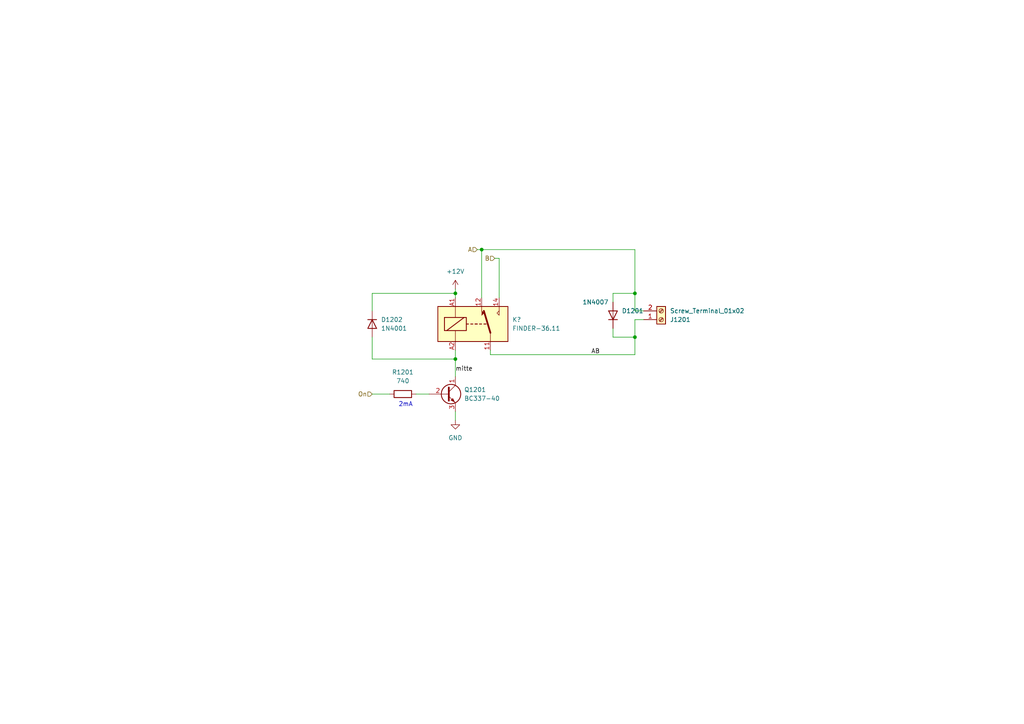
<source format=kicad_sch>
(kicad_sch (version 20211123) (generator eeschema)
  (paper "A4")
  (title_block (title "ESP32 Relaiskarte") (date "2022-03-23") (rev "0.0.2") (company "makerspace Bocholt") (comment 1 "+ optionale Servo Ansteuerung") (comment 2 "+ optionale Lan Karte") (comment 4 "Frank Tobergte"))
  (lib_symbols
    (symbol "Connector:Screw_Terminal_01x02" (pin_names (offset 1.016) hide)
      (property "Reference" "J" (at 0 2.54 0))
      (property "Value" "Screw_Terminal_01x02" (at 0 -5.08 0))
      (symbol "Screw_Terminal_01x02_1_1"
        (rectangle (start -1.27 1.27) (end 1.27 -3.81) (stroke (width 0.254)) (fill (type background)))
        (circle (center 0 -2.54) (radius 0.635) (stroke (width 0.1524)))
        (polyline (pts (xy -0.5334 -2.2098) (xy 0.3302 -3.048)) (stroke (width 0.1524)))
        (polyline (pts (xy -0.5334 0.3302) (xy 0.3302 -0.508)) (stroke (width 0.1524)))
        (polyline (pts (xy -0.3556 -2.032) (xy 0.508 -2.8702)) (stroke (width 0.1524)))
        (polyline (pts (xy -0.3556 0.508) (xy 0.508 -0.3302)) (stroke (width 0.1524)))
        (circle (center 0 0) (radius 0.635) (stroke (width 0.1524)))
        (pin passive line (at -5.08 0 0) (length 3.81) (name "Pin_1") (number "1"))
        (pin passive line (at -5.08 -2.54 0) (length 3.81) (name "Pin_2") (number "2"))
      )
    )
    (symbol "Device:R" (pin_numbers hide) (pin_names (offset 0))
      (property "Reference" "R" (at 2.032 0 90))
      (property "Value" "R" (at 0 0 90))
      (symbol "R_0_1"
        (rectangle (start -1.016 -2.54) (end 1.016 2.54) (stroke (width 0.254)))
      )
      (symbol "R_1_1"
        (pin passive line (at 0 3.81 270) (length 1.27) (name "~") (number "1"))
        (pin passive line (at 0 -3.81 90) (length 1.27) (name "~") (number "2"))
      )
    )
    (symbol "Diode:1N4001" (pin_numbers hide) (pin_names (offset 1.016) hide)
      (property "Reference" "D" (at 0 2.54 0))
      (property "Value" "1N4001" (at 0 -2.54 0))
      (symbol "1N4001_0_1"
        (polyline (pts (xy -1.27 1.27) (xy -1.27 -1.27)) (stroke (width 0.254)))
        (polyline (pts (xy 1.27 0) (xy -1.27 0)))
        (polyline (pts (xy 1.27 1.27) (xy 1.27 -1.27) (xy -1.27 0) (xy 1.27 1.27)) (stroke (width 0.254)))
      )
      (symbol "1N4001_1_1"
        (pin passive line (at -3.81 0 0) (length 2.54) (name "K") (number "1"))
        (pin passive line (at 3.81 0 180) (length 2.54) (name "A") (number "2"))
      )
    )
    (symbol "Diode:1N4007" (pin_numbers hide) (pin_names (offset 1.016) hide)
      (property "Reference" "D" (at 0 2.54 0))
      (property "Value" "1N4007" (at 0 -2.54 0))
      (symbol "1N4007_0_1"
        (polyline (pts (xy -1.27 1.27) (xy -1.27 -1.27)) (stroke (width 0.254)))
        (polyline (pts (xy 1.27 0) (xy -1.27 0)))
        (polyline (pts (xy 1.27 1.27) (xy 1.27 -1.27) (xy -1.27 0) (xy 1.27 1.27)) (stroke (width 0.254)))
      )
      (symbol "1N4007_1_1"
        (pin passive line (at -3.81 0 0) (length 2.54) (name "K") (number "1"))
        (pin passive line (at 3.81 0 180) (length 2.54) (name "A") (number "2"))
      )
    )
    (symbol "Relay:FINDER-36.11"
      (property "Reference" "K" (at 11.43 3.81 0))
      (property "Value" "FINDER-36.11" (at 11.43 1.27 0))
      (symbol "FINDER-36.11_0_0"
        (polyline (pts (xy 2.54 3.81) (xy 2.54 5.08)))
        (polyline (pts (xy 7.62 3.81) (xy 7.62 5.08)))
        (polyline (pts (xy 7.62 3.81) (xy 7.62 2.54) (xy 6.985 3.175) (xy 7.62 3.81)))
      )
      (symbol "FINDER-36.11_0_1"
        (rectangle (start -10.16 5.08) (end 10.16 -5.08) (stroke (width 0.254)) (fill (type background)))
        (rectangle (start -8.255 1.905) (end -1.905 -1.905) (stroke (width 0.254)))
        (polyline (pts (xy -7.62 -1.905) (xy -2.54 1.905)) (stroke (width 0.254)))
        (polyline (pts (xy -5.08 -5.08) (xy -5.08 -1.905)))
        (polyline (pts (xy -5.08 5.08) (xy -5.08 1.905)))
        (polyline (pts (xy -1.905 0) (xy -1.27 0)) (stroke (width 0.254)))
        (polyline (pts (xy -0.635 0) (xy 0 0)) (stroke (width 0.254)))
        (polyline (pts (xy 0.635 0) (xy 1.27 0)) (stroke (width 0.254)))
        (polyline (pts (xy 0.635 0) (xy 1.27 0)) (stroke (width 0.254)))
        (polyline (pts (xy 1.905 0) (xy 2.54 0)) (stroke (width 0.254)))
        (polyline (pts (xy 3.175 0) (xy 3.81 0)) (stroke (width 0.254)))
        (polyline (pts (xy 5.08 -2.54) (xy 3.175 3.81)) (stroke (width 0.508)))
        (polyline (pts (xy 5.08 -2.54) (xy 5.08 -5.08)))
        (polyline (pts (xy 2.54 2.54) (xy 3.175 3.175) (xy 2.54 3.81)) (fill (type outline)))
      )
      (symbol "FINDER-36.11_1_1"
        (pin passive line (at 5.08 -7.62 90) (length 2.54) (name "~") (number "11"))
        (pin passive line (at 2.54 7.62 270) (length 2.54) (name "~") (number "12"))
        (pin passive line (at 7.62 7.62 270) (length 2.54) (name "~") (number "14"))
        (pin passive line (at -5.08 7.62 270) (length 2.54) (name "~") (number "A1"))
        (pin passive line (at -5.08 -7.62 90) (length 2.54) (name "~") (number "A2"))
      )
    )
    (symbol "Transistor_BJT:BC337" (pin_names (offset 0) hide)
      (property "Reference" "Q" (at 5.08 1.905 0))
      (property "Value" "BC337" (at 5.08 0 0))
      (symbol "BC337_0_1"
        (polyline (pts (xy 0 0) (xy 0.635 0)))
        (polyline (pts (xy 0.635 0.635) (xy 2.54 2.54)))
        (polyline (pts (xy 0.635 -0.635) (xy 2.54 -2.54) (xy 2.54 -2.54)))
        (polyline (pts (xy 0.635 1.905) (xy 0.635 -1.905) (xy 0.635 -1.905)) (stroke (width 0.508)))
        (polyline (pts (xy 1.27 -1.778) (xy 1.778 -1.27) (xy 2.286 -2.286) (xy 1.27 -1.778) (xy 1.27 -1.778)) (fill (type outline)))
        (circle (center 1.27 0) (radius 2.8194) (stroke (width 0.254)))
      )
      (symbol "BC337_1_1"
        (pin passive line (at 2.54 5.08 270) (length 2.54) (name "C") (number "1"))
        (pin input line (at -5.08 0 0) (length 5.08) (name "B") (number "2"))
        (pin passive line (at 2.54 -5.08 90) (length 2.54) (name "E") (number "3"))
      )
    )
    (symbol "power:+12V" (power) (pin_names (offset 0))
      (property "Value" "+12V" (at 0 3.556 0))
      (symbol "+12V_0_1"
        (polyline (pts (xy -0.762 1.27) (xy 0 2.54)))
        (polyline (pts (xy 0 0) (xy 0 2.54)))
        (polyline (pts (xy 0 2.54) (xy 0.762 1.27)))
      )
      (symbol "+12V_1_1"
        (pin power_in line (at 0 0 90) (length 0) hide (name "+12V") (number "1"))
      )
    )
    (symbol "power:GND" (power) (pin_names (offset 0))
      (property "Value" "GND" (at 0 -3.81 0))
      (symbol "GND_0_1"
        (polyline (pts (xy 0 0) (xy 0 -1.27) (xy 1.27 -1.27) (xy 0 -2.54) (xy -1.27 -1.27) (xy 0 -1.27)))
      )
      (symbol "GND_1_1"
        (pin power_in line (at 0 0 270) (length 0) hide (name "GND") (number "1"))
      )
    )
  )
  (junction (at 139.7 72.39))
  (junction (at 132.08 85.09))
  (junction (at 132.08 104.14))
  (junction (at 184.15 85.09))
  (junction (at 184.15 97.79))
  (wire (pts (xy 184.15 85.09) (xy 184.15 72.39)))
  (wire (pts (xy 177.8 87.63) (xy 177.8 85.09)))
  (wire (pts (xy 138.43 72.39) (xy 139.7 72.39)))
  (wire (pts (xy 107.95 114.3) (xy 113.03 114.3)))
  (wire (pts (xy 184.15 102.87) (xy 184.15 97.79)))
  (wire (pts (xy 132.08 85.09) (xy 132.08 86.36)))
  (wire (pts (xy 107.95 104.14) (xy 132.08 104.14)))
  (wire (pts (xy 142.24 102.87) (xy 184.15 102.87)))
  (wire (pts (xy 132.08 104.14) (xy 132.08 109.22)))
  (wire (pts (xy 184.15 90.17) (xy 184.15 85.09)))
  (wire (pts (xy 132.08 83.82) (xy 132.08 85.09)))
  (wire (pts (xy 107.95 90.17) (xy 107.95 85.09)))
  (wire (pts (xy 139.7 72.39) (xy 184.15 72.39)))
  (wire (pts (xy 139.7 72.39) (xy 139.7 86.36)))
  (wire (pts (xy 177.8 95.25) (xy 177.8 97.79)))
  (wire (pts (xy 186.69 90.17) (xy 184.15 90.17)))
  (wire (pts (xy 177.8 85.09) (xy 184.15 85.09)))
  (wire (pts (xy 132.08 119.38) (xy 132.08 121.92)))
  (wire (pts (xy 184.15 92.71) (xy 186.69 92.71)))
  (wire (pts (xy 107.95 97.79) (xy 107.95 104.14)))
  (wire (pts (xy 120.65 114.3) (xy 124.46 114.3)))
  (wire (pts (xy 177.8 97.79) (xy 184.15 97.79)))
  (wire (pts (xy 184.15 97.79) (xy 184.15 92.71)))
  (wire (pts (xy 144.78 74.93) (xy 143.51 74.93)))
  (wire (pts (xy 144.78 86.36) (xy 144.78 74.93)))
  (wire (pts (xy 142.24 101.6) (xy 142.24 102.87)))
  (wire (pts (xy 107.95 85.09) (xy 132.08 85.09)))
  (wire (pts (xy 132.08 101.6) (xy 132.08 104.14)))
  (text "2mA" (at 115.57 118.11 0) (effects (font (size 1.27 1.27)) (justify left bottom)))
  (label "AB" (at 171.45 102.87 0))
  (label "mitte" (at 132.08 107.95 0))
  (hierarchical_label "On" (shape input) (at 107.95 114.3 180))
  (hierarchical_label "B" (shape input) (at 143.51 74.93 180))
  (hierarchical_label "A" (shape input) (at 138.43 72.39 180))
  (symbol (lib_id "Connector:Screw_Terminal_01x02") (at 191.77 92.71 0) (mirror x)
    (property "Reference" "J1201" (at 194.31 92.7101 0) (effects (justify left)))
    (property "Value" "Screw_Terminal_01x02" (at 194.31 90.1701 0) (effects (justify left)))
    (property "Footprint" "TerminalBlock_Phoenix:TerminalBlock_Phoenix_MKDS-1,5-2-5.08_1x02_P5.08mm_Horizontal" (effects hide))
  )
  (symbol (lib_id "power:+12V") (at 132.08 83.82 0)
    (property "Reference" "#PWR01201" (effects hide))
    (property "Value" "+12V" (at 132.08 78.74 0))
  )
  (symbol (lib_id "power:GND") (at 132.08 121.92 0)
    (property "Reference" "#PWR01202" (effects hide))
    (property "Value" "GND" (at 132.08 127 0))
  )
  (symbol (lib_id "Device:R") (at 116.84 114.3 90)
    (property "Reference" "R1201" (at 116.84 107.95 90))
    (property "Value" "740" (at 116.84 110.49 90))
    (property "Footprint" "Resistor_THT:R_Axial_DIN0207_L6.3mm_D2.5mm_P7.62mm_Horizontal" (effects hide))
  )
  (symbol (lib_id "Relay:FINDER-36.11") (at 137.16 93.98 0)
    (property "Reference" "K?" (at 148.59 92.7099 0) (effects (justify left)))
    (property "Value" "FINDER-36.11" (at 148.59 95.2499 0) (effects (justify left)))
    (property "Footprint" "Relay_THT:Relay_SPDT_Finder_36.11" (effects hide))
    (property "Datasheet" "https://gfinder.findernet.com/public/attachments/36/EN/S36EN.pdf" (effects hide))
  )
  (symbol (lib_id "Diode:1N4007") (at 177.8 91.44 90)
    (property "Reference" "D1201" (at 180.34 90.1699 90) (effects (justify right)))
    (property "Value" "1N4007" (at 168.91 87.63 90) (effects (justify right)))
    (property "Footprint" "Diode_THT:D_DO-41_SOD81_P5.08mm_Vertical_KathodeUp" (effects hide))
    (property "Datasheet" "http://www.vishay.com/docs/88503/1n4001.pdf" (effects hide))
  )
  (symbol (lib_id "Diode:1N4001") (at 107.95 93.98 270)
    (property "Reference" "D1202" (at 110.49 92.7099 90) (effects (justify left)))
    (property "Value" "1N4001" (at 110.49 95.2499 90) (effects (justify left)))
    (property "Footprint" "Diode_THT:D_DO-41_SOD81_P10.16mm_Horizontal" (effects hide))
    (property "Datasheet" "http://www.vishay.com/docs/88503/1n4001.pdf" (effects hide))
  )
  (symbol (lib_id "Transistor_BJT:BC337") (at 129.54 114.3 0)
    (property "Reference" "Q1201" (at 134.62 113.0299 0) (effects (justify left)))
    (property "Value" "BC337-40" (at 134.62 115.5699 0) (effects (justify left)))
    (property "Footprint" "Package_TO_SOT_THT:TO-92_Inline" (effects hide))
    (property "Datasheet" "https://diotec.com/tl_files/diotec/files/pdf/datasheets/bc337.pdf" (effects hide))
  )
)
</source>
